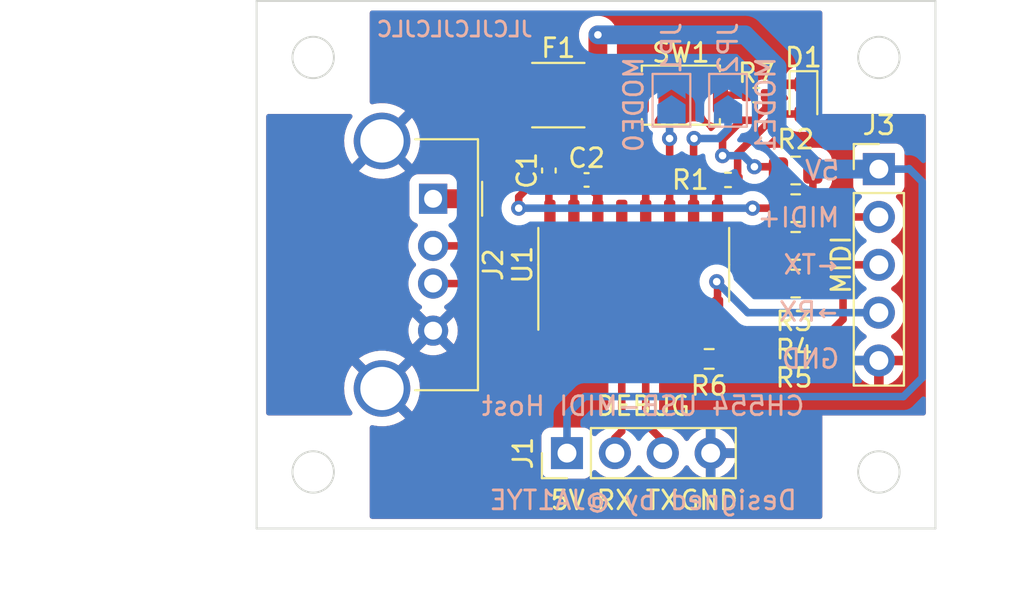
<source format=kicad_pcb>
(kicad_pcb (version 20211014) (generator pcbnew)
  (layers (0 "F.Cu" signal) (31 "B.Cu" signal) (34 "B.Paste" user) (35 "F.Paste" user) (36 "B.SilkS" user "B.Silkscreen") (37 "F.SilkS" user "F.Silkscreen") (38 "B.Mask" user) (39 "F.Mask" user) (44 "Edge.Cuts" user))
  (net 0 "")
  (net 1 "+3V3")
  (net 2 "GND")
  (net 3 "+5V")
  (net 4 "Net-(D1-Pad2)")
  (net 5 "Net-(F1-Pad2)")
  (net 6 "PROG_RXD")
  (net 7 "PROG_TXD")
  (net 8 "D-")
  (net 9 "D+")
  (net 10 "Net-(J3-Pad2)")
  (net 11 "Net-(J3-Pad3)")
  (net 12 "MIDI_RXD")
  (net 13 "Net-(JP1-Pad1)")
  (net 14 "Net-(JP2-Pad1)")
  (net 15 "Net-(R1-Pad1)")
  (net 16 "MIDI_TXD")
  (net 17 "Net-(R7-Pad1)")
  (footprint "Capacitor_SMD:C_0402_1005Metric" (layer "F.Cu") (at 36.5 28 90)
    (fp_text reference "C1" (at 0 -1.16 90) (layer "F.SilkS"))
    (fp_text value "0.1u")
    (fp_line (start -0.107836 -0.36) (end 0.107836 -0.36) (layer "F.SilkS") (width 0.12))
    (fp_line (start -0.107836 0.36) (end 0.107836 0.36) (layer "F.SilkS") (width 0.12))
    (pad "1" smd roundrect (at -0.48 0 90) (size 0.56 0.62) (layers "F.Cu" "F.Paste" "F.Mask") (net 1 "+3V3"))
    (pad "2" smd roundrect (at 0.48 0 90) (size 0.56 0.62) (layers "F.Cu" "F.Paste" "F.Mask") (net 2 "GND"))
  )
  (footprint "Resistor_SMD:R_0805_2012Metric" (layer "F.Cu") (at 49.5875 34)
    (fp_text reference "R5" (at -0.0875 5) (layer "F.SilkS"))
    (fp_text value "130")
    (fp_line (start -0.227064 -0.735) (end 0.227064 -0.735) (layer "F.SilkS") (width 0.12))
    (fp_line (start -0.227064 0.735) (end 0.227064 0.735) (layer "F.SilkS") (width 0.12))
    (pad "1" smd roundrect (at -0.9125 0) (size 1.025 1.4) (layers "F.Cu" "F.Paste" "F.Mask") (roundrect_rratio 0.243902439) (net 1 "+3V3"))
    (pad "2" smd roundrect (at 0.9125 0) (size 1.025 1.4) (layers "F.Cu" "F.Paste" "F.Mask") (roundrect_rratio 0.243902439) (net 10 "Net-(J3-Pad2)"))
  )
  (footprint "Button_Switch_SMD:SW_Push_SPST_NO_Alps_SKRK" (layer "F.Cu") (at 43.5 24)
    (fp_text reference "SW1" (at 0 -2.25) (layer "F.SilkS"))
    (fp_text value "SW_Push")
    (fp_line (start 2.07 1.27) (end 2.07 1.57) (layer "F.SilkS") (width 0.12))
    (fp_line (start -2.07 1.57) (end -2.07 1.27) (layer "F.SilkS") (width 0.12))
    (fp_line (start -2.07 -1.57) (end 2.07 -1.57) (layer "F.SilkS") (width 0.12))
    (fp_line (start -2.07 -1.27) (end -2.07 -1.57) (layer "F.SilkS") (width 0.12))
    (fp_line (start 2.07 1.57) (end -2.07 1.57) (layer "F.SilkS") (width 0.12))
    (fp_line (start 2.07 -1.57) (end 2.07 -1.27) (layer "F.SilkS") (width 0.12))
    (pad "1" smd roundrect (at -2.1 0) (size 0.8 2) (layers "F.Cu" "F.Paste" "F.Mask") (net 9 "D+"))
    (pad "2" smd roundrect (at 2.1 0) (size 0.8 2) (layers "F.Cu" "F.Paste" "F.Mask") (net 17 "Net-(R7-Pad1)"))
  )
  (footprint "Resistor_SMD:R_0402_1005Metric" (layer "F.Cu") (at 47.5 24)
    (fp_text reference "R7" (at 0 -1.17) (layer "F.SilkS"))
    (fp_text value "10k")
    (fp_line (start -0.153641 0.38) (end 0.153641 0.38) (layer "F.SilkS") (width 0.12))
    (fp_line (start -0.153641 -0.38) (end 0.153641 -0.38) (layer "F.SilkS") (width 0.12))
    (pad "1" smd roundrect (at -0.51 0) (size 0.54 0.64) (layers "F.Cu" "F.Paste" "F.Mask") (net 17 "Net-(R7-Pad1)"))
    (pad "2" smd roundrect (at 0.51 0) (size 0.54 0.64) (layers "F.Cu" "F.Paste" "F.Mask") (net 1 "+3V3"))
  )
  (footprint "Resistor_SMD:R_0805_2012Metric" (layer "F.Cu") (at 49.5875 30)
    (fp_text reference "R3" (at -0.0875 6) (layer "F.SilkS"))
    (fp_text value "130")
    (fp_line (start -0.227064 -0.735) (end 0.227064 -0.735) (layer "F.SilkS") (width 0.12))
    (fp_line (start -0.227064 0.735) (end 0.227064 0.735) (layer "F.SilkS") (width 0.12))
    (pad "1" smd roundrect (at -0.9125 0) (size 1.025 1.4) (layers "F.Cu" "F.Paste" "F.Mask") (roundrect_rratio 0.243902439) (net 1 "+3V3"))
    (pad "2" smd roundrect (at 0.9125 0) (size 1.025 1.4) (layers "F.Cu" "F.Paste" "F.Mask") (roundrect_rratio 0.243902439) (net 10 "Net-(J3-Pad2)"))
  )
  (footprint "Capacitor_SMD:C_0402_1005Metric" (layer "F.Cu") (at 38.5 28.5)
    (fp_text reference "C2" (at 0 -1.16) (layer "F.SilkS"))
    (fp_text value "0.1u")
    (fp_line (start -0.107836 -0.36) (end 0.107836 -0.36) (layer "F.SilkS") (width 0.12))
    (fp_line (start -0.107836 0.36) (end 0.107836 0.36) (layer "F.SilkS") (width 0.12))
    (pad "1" smd roundrect (at -0.48 0) (size 0.56 0.62) (layers "F.Cu" "F.Paste" "F.Mask") (net 3 "+5V"))
    (pad "2" smd roundrect (at 0.48 0) (size 0.56 0.62) (layers "F.Cu" "F.Paste" "F.Mask") (net 2 "GND"))
  )
  (footprint "Resistor_SMD:R_0805_2012Metric" (layer "F.Cu") (at 49.5875 32)
    (fp_text reference "R4" (at -0.0875 5.5) (layer "F.SilkS"))
    (fp_text value "130")
    (fp_line (start -0.227064 -0.735) (end 0.227064 -0.735) (layer "F.SilkS") (width 0.12))
    (fp_line (start -0.227064 0.735) (end 0.227064 0.735) (layer "F.SilkS") (width 0.12))
    (pad "1" smd roundrect (at -0.9125 0) (size 1.025 1.4) (layers "F.Cu" "F.Paste" "F.Mask") (roundrect_rratio 0.243902439) (net 1 "+3V3"))
    (pad "2" smd roundrect (at 0.9125 0) (size 1.025 1.4) (layers "F.Cu" "F.Paste" "F.Mask") (roundrect_rratio 0.243902439) (net 10 "Net-(J3-Pad2)"))
  )
  (footprint "Package_SO:SO-16_3.9x9.9mm_P1.27mm" (layer "F.Cu") (at 41 33 90)
    (fp_text reference "U1" (at 0 -5.9 90) (layer "F.SilkS"))
    (fp_text value "CH55xG")
    (fp_line (start 0 5.06) (end -1.95 5.06) (layer "F.SilkS") (width 0.12))
    (fp_line (start 0 -5.06) (end 1.95 -5.06) (layer "F.SilkS") (width 0.12))
    (fp_line (start 0 5.06) (end 1.95 5.06) (layer "F.SilkS") (width 0.12))
    (fp_line (start 0 -5.06) (end -3.45 -5.06) (layer "F.SilkS") (width 0.12))
    (pad "1" smd roundrect (at -2.575 -4.445 90) (size 1.75 0.6) (layers "F.Cu" "F.Paste" "F.Mask"))
    (pad "2" smd roundrect (at -2.575 -3.175 90) (size 1.75 0.6) (layers "F.Cu" "F.Paste" "F.Mask"))
    (pad "3" smd roundrect (at -2.575 -1.905 90) (size 1.75 0.6) (layers "F.Cu" "F.Paste" "F.Mask"))
    (pad "4" smd roundrect (at -2.575 -0.635 90) (size 1.75 0.6) (layers "F.Cu" "F.Paste" "F.Mask") (net 6 "PROG_RXD"))
    (pad "5" smd roundrect (at -2.575 0.635 90) (size 1.75 0.6) (layers "F.Cu" "F.Paste" "F.Mask") (net 7 "PROG_TXD"))
    (pad "6" smd roundrect (at -2.575 1.905 90) (size 1.75 0.6) (layers "F.Cu" "F.Paste" "F.Mask"))
    (pad "7" smd roundrect (at -2.575 3.175 90) (size 1.75 0.6) (layers "F.Cu" "F.Paste" "F.Mask") (net 16 "MIDI_TXD"))
    (pad "8" smd roundrect (at -2.575 4.445 90) (size 1.75 0.6) (layers "F.Cu" "F.Paste" "F.Mask") (net 12 "MIDI_RXD"))
    (pad "9" smd roundrect (at 2.575 4.445 90) (size 1.75 0.6) (layers "F.Cu" "F.Paste" "F.Mask") (net 15 "Net-(R1-Pad1)"))
    (pad "10" smd roundrect (at 2.575 3.175 90) (size 1.75 0.6) (layers "F.Cu" "F.Paste" "F.Mask") (net 14 "Net-(JP2-Pad1)"))
    (pad "11" smd roundrect (at 2.575 1.905 90) (size 1.75 0.6) (layers "F.Cu" "F.Paste" "F.Mask") (net 13 "Net-(JP1-Pad1)"))
    (pad "12" smd roundrect (at 2.575 0.635 90) (size 1.75 0.6) (layers "F.Cu" "F.Paste" "F.Mask") (net 9 "D+"))
    (pad "13" smd roundrect (at 2.575 -0.635 90) (size 1.75 0.6) (layers "F.Cu" "F.Paste" "F.Mask") (net 8 "D-"))
    (pad "14" smd roundrect (at 2.575 -1.905 90) (size 1.75 0.6) (layers "F.Cu" "F.Paste" "F.Mask") (net 2 "GND"))
    (pad "15" smd roundrect (at 2.575 -3.175 90) (size 1.75 0.6) (layers "F.Cu" "F.Paste" "F.Mask") (net 3 "+5V"))
    (pad "16" smd roundrect (at 2.575 -4.445 90) (size 1.75 0.6) (layers "F.Cu" "F.Paste" "F.Mask") (net 1 "+3V3"))
  )
  (footprint "LED_SMD:LED_0603_1608Metric" (layer "F.Cu") (at 50 24.2125 -90)
    (fp_text reference "D1" (at -2.2125 0) (layer "F.SilkS"))
    (fp_text value "LED")
    (fp_line (start -1.485 0.735) (end 0.8 0.735) (layer "F.SilkS") (width 0.12))
    (fp_line (start -1.485 -0.735) (end -1.485 0.735) (layer "F.SilkS") (width 0.12))
    (fp_line (start 0.8 -0.735) (end -1.485 -0.735) (layer "F.SilkS") (width 0.12))
    (pad "1" smd roundrect (at -0.7875 0 270) (size 0.875 0.95) (layers "F.Cu" "F.Paste" "F.Mask") (net 2 "GND"))
    (pad "2" smd roundrect (at 0.7875 0 270) (size 0.875 0.95) (layers "F.Cu" "F.Paste" "F.Mask") (net 4 "Net-(D1-Pad2)"))
  )
  (footprint "Fuse:Fuse_1812_4532Metric" (layer "F.Cu") (at 37 24 180)
    (fp_text reference "F1" (at 0 2.5) (layer "F.SilkS"))
    (fp_text value "Polyfuse")
    (fp_line (start -1.386252 -1.71) (end 1.386252 -1.71) (layer "F.SilkS") (width 0.12))
    (fp_line (start -1.386252 1.71) (end 1.386252 1.71) (layer "F.SilkS") (width 0.12))
    (pad "1" smd roundrect (at -2.1375 0 180) (size 1.125 3.4) (layers "F.Cu" "F.Paste" "F.Mask") (roundrect_rratio 0.2222222222) (net 3 "+5V"))
    (pad "2" smd roundrect (at 2.1375 0 180) (size 1.125 3.4) (layers "F.Cu" "F.Paste" "F.Mask") (roundrect_rratio 0.2222222222) (net 5 "Net-(F1-Pad2)"))
  )
  (footprint "SuLibs:USB_A_Molex_67643_Horizontal" (layer "F.Cu") (at 30.36 33 -90)
    (fp_text reference "J2" (at 0 -3.19 90) (layer "F.SilkS"))
    (fp_text value "USB_A")
    (fp_line (start 6.66 -2.38) (end 6.66 0.95) (layer "F.SilkS") (width 0.12))
    (fp_line (start -6.66 -2.38) (end 6.66 -2.38) (layer "F.SilkS") (width 0.12))
    (fp_line (start -4.4 -2.6) (end -2.6 -2.6) (layer "F.SilkS") (width 0.12))
    (fp_line (start -6.66 -2.38) (end -6.66 0.95) (layer "F.SilkS") (width 0.12))
    (pad "1" thru_hole rect locked (at -3.5 0 270) (size 1.6 1.5) (drill 0.95) (layers *.Cu *.Mask) (net 5 "Net-(F1-Pad2)"))
    (pad "2" thru_hole circle locked (at -1 0 270) (size 1.6 1.6) (drill 0.95) (layers *.Cu *.Mask) (net 8 "D-"))
    (pad "3" thru_hole circle locked (at 1 0 270) (size 1.6 1.6) (drill 0.95) (layers *.Cu *.Mask) (net 9 "D+"))
    (pad "4" thru_hole circle locked (at 3.5 0 270) (size 1.6 1.6) (drill 0.95) (layers *.Cu *.Mask) (net 2 "GND"))
    (pad "5" thru_hole circle locked (at 6.57 2.71 270) (size 3 3) (drill 2.3) (layers *.Cu *.Mask) (net 2 "GND"))
    (pad "5" thru_hole circle locked (at -6.57 2.71 270) (size 3 3) (drill 2.3) (layers *.Cu *.Mask) (net 2 "GND"))
  )
  (footprint "Connector_PinHeader_2.54mm:PinHeader_1x05_P2.54mm_Vertical" (layer "F.Cu") (at 54 27.925)
    (fp_text reference "J3" (at 0 -2.33) (layer "F.SilkS"))
    (fp_text value "Conn_01x05_Female")
    (fp_line (start 1.33 1.27) (end 1.33 11.49) (layer "F.SilkS") (width 0.12))
    (fp_line (start -1.33 11.49) (end 1.33 11.49) (layer "F.SilkS") (width 0.12))
    (fp_line (start -1.33 0) (end -1.33 -1.33) (layer "F.SilkS") (width 0.12))
    (fp_line (start -1.33 -1.33) (end 0 -1.33) (layer "F.SilkS") (width 0.12))
    (fp_line (start -1.33 1.27) (end 1.33 1.27) (layer "F.SilkS") (width 0.12))
    (fp_line (start -1.33 1.27) (end -1.33 11.49) (layer "F.SilkS") (width 0.12))
    (pad "1" thru_hole rect (at 0 0) (size 1.7 1.7) (drill 1) (layers *.Cu *.Mask) (net 3 "+5V"))
    (pad "2" thru_hole oval (at 0 2.54) (size 1.7 1.7) (drill 1) (layers *.Cu *.Mask) (net 10 "Net-(J3-Pad2)"))
    (pad "3" thru_hole oval (at 0 5.08) (size 1.7 1.7) (drill 1) (layers *.Cu *.Mask) (net 11 "Net-(J3-Pad3)"))
    (pad "4" thru_hole oval (at 0 7.62) (size 1.7 1.7) (drill 1) (layers *.Cu *.Mask) (net 12 "MIDI_RXD"))
    (pad "5" thru_hole oval (at 0 10.16) (size 1.7 1.7) (drill 1) (layers *.Cu *.Mask) (net 2 "GND"))
  )
  (footprint "Resistor_SMD:R_0805_2012Metric" (layer "F.Cu") (at 49.5875 28)
    (fp_text reference "R2" (at 0 -1.65) (layer "F.SilkS"))
    (fp_text value "130")
    (fp_line (start -0.227064 -0.735) (end 0.227064 -0.735) (layer "F.SilkS") (width 0.12))
    (fp_line (start -0.227064 0.735) (end 0.227064 0.735) (layer "F.SilkS") (width 0.12))
    (pad "1" smd roundrect (at -0.9125 0) (size 1.025 1.4) (layers "F.Cu" "F.Paste" "F.Mask") (roundrect_rratio 0.243902439) (net 1 "+3V3"))
    (pad "2" smd roundrect (at 0.9125 0) (size 1.025 1.4) (layers "F.Cu" "F.Paste" "F.Mask") (roundrect_rratio 0.243902439) (net 10 "Net-(J3-Pad2)"))
  )
  (footprint "Resistor_SMD:R_0402_1005Metric" (layer "F.Cu") (at 46 28.5)
    (fp_text reference "R1" (at -2 0) (layer "F.SilkS"))
    (fp_text value "1k")
    (fp_line (start -0.153641 -0.38) (end 0.153641 -0.38) (layer "F.SilkS") (width 0.12))
    (fp_line (start -0.153641 0.38) (end 0.153641 0.38) (layer "F.SilkS") (width 0.12))
    (pad "1" smd roundrect (at -0.51 0) (size 0.54 0.64) (layers "F.Cu" "F.Paste" "F.Mask") (net 15 "Net-(R1-Pad1)"))
    (pad "2" smd roundrect (at 0.51 0) (size 0.54 0.64) (layers "F.Cu" "F.Paste" "F.Mask") (net 4 "Net-(D1-Pad2)"))
  )
  (footprint "Connector_PinHeader_2.54mm:PinHeader_1x04_P2.54mm_Vertical" (layer "F.Cu") (at 37.46 43 90)
    (fp_text reference "J1" (at 0 -2.33 90) (layer "F.SilkS"))
    (fp_text value "Conn_01x04_Female")
    (fp_line (start 1.33 1.27) (end 1.33 8.95) (layer "F.SilkS") (width 0.12))
    (fp_line (start -1.33 8.95) (end 1.33 8.95) (layer "F.SilkS") (width 0.12))
    (fp_line (start -1.33 -1.33) (end 0 -1.33) (layer "F.SilkS") (width 0.12))
    (fp_line (start -1.33 1.27) (end -1.33 8.95) (layer "F.SilkS") (width 0.12))
    (fp_line (start -1.33 0) (end -1.33 -1.33) (layer "F.SilkS") (width 0.12))
    (fp_line (start -1.33 1.27) (end 1.33 1.27) (layer "F.SilkS") (width 0.12))
    (pad "1" thru_hole rect (at 0 0 90) (size 1.7 1.7) (drill 1) (layers *.Cu *.Mask) (net 3 "+5V"))
    (pad "2" thru_hole oval (at 0 2.54 90) (size 1.7 1.7) (drill 1) (layers *.Cu *.Mask) (net 6 "PROG_RXD"))
    (pad "3" thru_hole oval (at 0 5.08 90) (size 1.7 1.7) (drill 1) (layers *.Cu *.Mask) (net 7 "PROG_TXD"))
    (pad "4" thru_hole oval (at 0 7.62 90) (size 1.7 1.7) (drill 1) (layers *.Cu *.Mask) (net 2 "GND"))
  )
  (footprint "Resistor_SMD:R_0603_1608Metric" (layer "F.Cu") (at 45 38 180)
    (fp_text reference "R6" (at 0 -1.43) (layer "F.SilkS"))
    (fp_text value "10R")
    (fp_line (start -0.237258 0.5225) (end 0.237258 0.5225) (layer "F.SilkS") (width 0.12))
    (fp_line (start -0.237258 -0.5225) (end 0.237258 -0.5225) (layer "F.SilkS") (width 0.12))
    (pad "1" smd roundrect (at -0.825 0 180) (size 0.8 0.95) (layers "F.Cu" "F.Paste" "F.Mask") (net 11 "Net-(J3-Pad3)"))
    (pad "2" smd roundrect (at 0.825 0 180) (size 0.8 0.95) (layers "F.Cu" "F.Paste" "F.Mask") (net 16 "MIDI_TXD"))
  )
  (footprint "Jumper:SolderJumper-2_P1.3mm_Open_TrianglePad1.0x1.5mm" (layer "B.Cu") (at 46 24.275 90)
    (fp_text reference "JP2" (at 2.775 0 90) (layer "B.SilkS") (effects (justify mirror)))
    (fp_text value "MODE1")
    (fp_line (start -1.4 -1) (end -1.4 1) (layer "B.SilkS") (width 0.12))
    (fp_line (start 1.4 -1) (end -1.4 -1) (layer "B.SilkS") (width 0.12))
    (fp_line (start -1.4 1) (end 1.4 1) (layer "B.SilkS") (width 0.12))
    (fp_line (start 1.4 1) (end 1.4 -1) (layer "B.SilkS") (width 0.12))
    (pad "1" smd custom (at -0.725 0 90) (size 0.3 0.3) (layers "B.Cu" "B.Mask") (net 14 "Net-(JP2-Pad1)") (options (clearance outline) (anchor rect)) (primitives (gr_poly (pts (xy 1 0) (xy 0.5 -0.75) (xy -0.5 -0.75) (xy -0.5 0.75) (xy 0.5 0.75)) (width 0) (fill yes))))
    (pad "2" smd custom (at 0.725 0 90) (size 0.3 0.3) (layers "B.Cu" "B.Mask") (net 2 "GND") (options (clearance outline) (anchor rect)) (primitives (gr_poly (pts (xy 0.5 -0.75) (xy -0.65 -0.75) (xy -0.15 0) (xy -0.65 0.75) (xy 0.5 0.75)) (width 0) (fill yes))))
  )
  (footprint "Jumper:SolderJumper-2_P1.3mm_Open_TrianglePad1.0x1.5mm" (layer "B.Cu") (at 43 24.275 90)
    (fp_text reference "JP1" (at 2.775 0 90) (layer "B.SilkS") (effects (justify mirror)))
    (fp_text value "MODE0")
    (fp_line (start 1.4 1) (end 1.4 -1) (layer "B.SilkS") (width 0.12))
    (fp_line (start -1.4 -1) (end -1.4 1) (layer "B.SilkS") (width 0.12))
    (fp_line (start -1.4 1) (end 1.4 1) (layer "B.SilkS") (width 0.12))
    (fp_line (start 1.4 -1) (end -1.4 -1) (layer "B.SilkS") (width 0.12))
    (pad "1" smd custom (at -0.725 0 90) (size 0.3 0.3) (layers "B.Cu" "B.Mask") (net 13 "Net-(JP1-Pad1)") (options (clearance outline) (anchor rect)) (primitives (gr_poly (pts (xy 1 0) (xy 0.5 -0.75) (xy -0.5 -0.75) (xy -0.5 0.75) (xy 0.5 0.75)) (width 0) (fill yes))))
    (pad "2" smd custom (at 0.725 0 90) (size 0.3 0.3) (layers "B.Cu" "B.Mask") (net 2 "GND") (options (clearance outline) (anchor rect)) (primitives (gr_poly (pts (xy 0.5 -0.75) (xy -0.65 -0.75) (xy -0.15 0) (xy -0.65 0.75) (xy 0.5 0.75)) (width 0) (fill yes))))
  )
  (gr_line (start 21 19) (end 21 47) (layer "Edge.Cuts") (width 0.1))
  (gr_circle (center 24 44) (end 25.1 44) (layer "Edge.Cuts") (width 0.1) (fill none))
  (gr_line (start 57 47) (end 57 19) (layer "Edge.Cuts") (width 0.1))
  (gr_line (start 21 47) (end 57 47) (layer "Edge.Cuts") (width 0.1))
  (gr_line (start 57 19) (end 21 19) (layer "Edge.Cuts") (width 0.1))
  (gr_circle (center 24 22) (end 25.1 22) (layer "Edge.Cuts") (width 0.1) (fill none))
  (gr_circle (center 54 44) (end 55.1 44) (layer "Edge.Cuts") (width 0.1) (fill none))
  (gr_circle (center 54 22) (end 55.1 22) (layer "Edge.Cuts") (width 0.1) (fill none))
  (gr_text "MIDI+" (at 52 30.5) (layer "B.SilkS") (effects (font (size 1 1)) (justify left mirror)))
  (gr_text "Designed by @JA1TYE" (at 41.5 45.5) (layer "B.SilkS") (effects (font (size 1 1)) (justify mirror)))
  (gr_text "MODE0" (at 41 24.5 90) (layer "B.SilkS") (effects (font (size 1 1)) (justify mirror)))
  (gr_text "CH554 USB-MIDI Host" (at 41.5 40.5) (layer "B.SilkS") (effects (font (size 1 1)) (justify mirror)))
  (gr_text "→RX" (at 52 35.5) (layer "B.SilkS") (effects (font (size 1 1)) (justify left mirror)))
  (gr_text "GND" (at 52 38) (layer "B.SilkS") (effects (font (size 1 1)) (justify left mirror)))
  (gr_text "MODE1" (at 48 24.5 90) (layer "B.SilkS") (effects (font (size 1 1)) (justify mirror)))
  (gr_text "JLCJLCJLCJLC" (at 31.5 20.5) (layer "B.SilkS") (effects (font (size 0.8 0.8)) (justify mirror)))
  (gr_text "5V" (at 52 28) (layer "B.SilkS") (effects (font (size 1 1)) (justify left mirror)))
  (gr_text "←TX" (at 52 33) (layer "B.SilkS") (effects (font (size 1 1)) (justify left mirror)))
  (gr_text "GND" (at 45 45.5) (layer "F.SilkS") (effects (font (size 1 1))))
  (gr_text "DEBUG" (at 41.5 40.5) (layer "F.SilkS") (effects (font (size 1 1))))
  (gr_text "RX" (at 40 45.5) (layer "F.SilkS") (effects (font (size 1 1))))
  (gr_text "TX" (at 42.5 45.5) (layer "F.SilkS") (effects (font (size 1 1))))
  (gr_text "MIDI" (at 52 33 90) (layer "F.SilkS") (effects (font (size 1 1))))
  (gr_text "5V" (at 37.5 45.5) (layer "F.SilkS") (effects (font (size 1 1))))
  (segment (start 34.9 29.4) (end 34.9 30) (width 0.4) (layer "F.Cu") (net 1))
  (segment (start 36.5 28.48) (end 36.48 28.5) (width 0.4) (layer "F.Cu") (net 1))
  (segment (start 47.4 27.8) (end 48.475 27.8) (width 0.4) (layer "F.Cu") (net 1))
  (segment (start 48.675 32) (end 48.675 34) (width 0.4) (layer "F.Cu") (net 1))
  (segment (start 48.475 27.8) (end 48.675 28) (width 0.4) (layer "F.Cu") (net 1))
  (segment (start 46.734264 25.334264) (end 45.7105 26.358028) (width 0.4) (layer "F.Cu") (net 1))
  (segment (start 47.365736 25.334264) (end 46.734264 25.334264) (width 0.4) (layer "F.Cu") (net 1))
  (segment (start 35.8 28.5) (end 34.9 29.4) (width 0.4) (layer "F.Cu") (net 1))
  (segment (start 36.5 30.37) (end 36.555 30.425) (width 0.4) (layer "F.Cu") (net 1))
  (segment (start 48.01 24) (end 48.01 24.69) (width 0.4) (layer "F.Cu") (net 1))
  (segment (start 48.01 24.69) (end 47.365736 25.334264) (width 0.4) (layer "F.Cu") (net 1))
  (segment (start 48.675 30) (end 48.675 32) (width 0.4) (layer "F.Cu") (net 1))
  (segment (start 47.3 30) (end 48.675 30) (width 0.4) (layer "F.Cu") (net 1))
  (segment (start 48.675 28) (end 48.675 30) (width 0.4) (layer "F.Cu") (net 1))
  (segment (start 45.7105 26.358028) (end 45.7105 27.212406) (width 0.4) (layer "F.Cu") (net 1))
  (segment (start 36.5 28.48) (end 36.5 30.37) (width 0.4) (layer "F.Cu") (net 1))
  (segment (start 36.48 28.5) (end 35.8 28.5) (width 0.4) (layer "F.Cu") (net 1))
  (via (at 47.4 27.8) (size 0.8) (drill 0.4) (layers "F.Cu" "B.Cu") (net 1))
  (via (at 45.7105 27.212406) (size 0.8) (drill 0.4) (layers "F.Cu" "B.Cu") (net 1))
  (via (at 47.3 30) (size 0.8) (drill 0.4) (layers "F.Cu" "B.Cu") (net 1))
  (via (at 34.9 30) (size 0.8) (drill 0.4) (layers "F.Cu" "B.Cu") (net 1))
  (segment (start 34.9 30) (end 47.3 30) (width 0.4) (layer "B.Cu") (net 1))
  (segment (start 45.7105 27.212406) (end 46.812406 27.212406) (width 0.4) (layer "B.Cu") (net 1))
  (segment (start 46.812406 27.212406) (end 47.4 27.8) (width 0.4) (layer "B.Cu") (net 1))
  (segment (start 39.095 30.425) (end 39.095 28.615) (width 0.4) (layer "F.Cu") (net 2))
  (segment (start 39.095 28.615) (end 38.98 28.5) (width 0.4) (layer "F.Cu") (net 2))
  (segment (start 39.1375 26.4625) (end 39.1375 24) (width 0.4) (layer "F.Cu") (net 3))
  (segment (start 38.02 27.58) (end 39.1375 26.4625) (width 0.4) (layer "F.Cu") (net 3))
  (segment (start 37.825 28.695) (end 38.02 28.5) (width 0.4) (layer "F.Cu") (net 3))
  (segment (start 37.825 30.425) (end 37.825 28.695) (width 0.4) (layer "F.Cu") (net 3))
  (segment (start 38.02 28.5) (end 38.02 27.58) (width 0.4) (layer "F.Cu") (net 3))
  (segment (start 39.1 20.8) (end 39.1 23.9625) (width 1) (layer "F.Cu") (net 3))
  (segment (start 39.1 23.9625) (end 39.1375 24) (width 1) (layer "F.Cu") (net 3))
  (via (at 39.1 20.8) (size 0.8) (drill 0.4) (layers "F.Cu" "B.Cu") (net 3))
  (segment (start 55.575 27.925) (end 54 27.925) (width 0.4) (layer "B.Cu") (net 3))
  (segment (start 38.4 40) (end 55.3 40) (width 0.4) (layer "B.Cu") (net 3))
  (segment (start 56.3 39) (end 56.3 28.6) (width 0.4) (layer "B.Cu") (net 3))
  (segment (start 55.3 40) (end 56.3 39) (width 0.4) (layer "B.Cu") (net 3))
  (segment (start 54 27.925) (end 50.725 27.925) (width 1) (layer "B.Cu") (net 3))
  (segment (start 56.3 28.6) (end 55.6 27.9) (width 0.4) (layer "B.Cu") (net 3))
  (segment (start 37.46 40.94) (end 38.4 40) (width 0.4) (layer "B.Cu") (net 3))
  (segment (start 46.9 20.8) (end 44.3 20.8) (width 1) (layer "B.Cu") (net 3))
  (segment (start 48.6 22.5) (end 46.9 20.8) (width 1) (layer "B.Cu") (net 3))
  (segment (start 49.2 26.4) (end 48.6 25.8) (width 1) (layer "B.Cu") (net 3))
  (segment (start 48.6 25.8) (end 48.6 22.5) (width 1) (layer "B.Cu") (net 3))
  (segment (start 44.3 20.8) (end 39.1 20.8) (width 1) (layer "B.Cu") (net 3))
  (segment (start 55.6 27.9) (end 55.575 27.925) (width 0.4) (layer "B.Cu") (net 3))
  (segment (start 37.46 43) (end 37.46 40.94) (width 0.4) (layer "B.Cu") (net 3))
  (segment (start 50.725 27.925) (end 49.2 26.4) (width 1) (layer "B.Cu") (net 3))
  (segment (start 46.51 27.09) (end 48.6 25) (width 0.4) (layer "F.Cu") (net 4))
  (segment (start 46.51 28.5) (end 46.51 27.09) (width 0.4) (layer "F.Cu") (net 4))
  (segment (start 48.6 25) (end 50 25) (width 0.4) (layer "F.Cu") (net 4))
  (segment (start 34.8625 27.6375) (end 34.8625 24) (width 1) (layer "F.Cu") (net 5))
  (segment (start 33 29.5) (end 34.8625 27.6375) (width 1) (layer "F.Cu") (net 5))
  (segment (start 30.36 29.5) (end 33 29.5) (width 1) (layer "F.Cu") (net 5))
  (segment (start 40 42.2) (end 40 43) (width 0.4) (layer "F.Cu") (net 6))
  (segment (start 40.365 35.575) (end 40.365 41.835) (width 0.4) (layer "F.Cu") (net 6))
  (segment (start 40.365 41.835) (end 40 42.2) (width 0.4) (layer "F.Cu") (net 6))
  (segment (start 42.54 42.34) (end 42.54 43) (width 0.4) (layer "F.Cu") (net 7))
  (segment (start 41.635 35.575) (end 41.635 41.435) (width 0.4) (layer "F.Cu") (net 7))
  (segment (start 41.635 41.435) (end 42.54 42.34) (width 0.4) (layer "F.Cu") (net 7))
  (segment (start 39.9 32) (end 40.365 31.535) (width 0.4) (layer "F.Cu") (net 8))
  (segment (start 40.365 31.535) (end 40.365 30.425) (width 0.4) (layer "F.Cu") (net 8))
  (segment (start 30.36 32) (end 39.9 32) (width 0.4) (layer "F.Cu") (net 8))
  (segment (start 41.4 24) (end 41.4 28) (width 0.4) (layer "F.Cu") (net 9))
  (segment (start 41.4 28) (end 41.635 28.235) (width 0.4) (layer "F.Cu") (net 9))
  (segment (start 41.635 28.235) (end 41.635 30.425) (width 0.4) (layer "F.Cu") (net 9))
  (segment (start 41.635 32.865) (end 41.635 30.425) (width 0.4) (layer "F.Cu") (net 9))
  (segment (start 30.36 34) (end 40.5 34) (width 0.4) (layer "F.Cu") (net 9))
  (segment (start 40.5 34) (end 41.635 32.865) (width 0.4) (layer "F.Cu") (net 9))
  (segment (start 50.5 28) (end 50.5 34) (width 0.4) (layer "F.Cu") (net 10))
  (segment (start 52.665 30.465) (end 52.2 30) (width 0.4) (layer "F.Cu") (net 10))
  (segment (start 52.2 30) (end 50.5 30) (width 0.4) (layer "F.Cu") (net 10))
  (segment (start 54 30.465) (end 52.665 30.465) (width 0.4) (layer "F.Cu") (net 10))
  (segment (start 52.1 33.3) (end 52.395 33.005) (width 0.4) (layer "F.Cu") (net 11))
  (segment (start 52.395 33.005) (end 54 33.005) (width 0.4) (layer "F.Cu") (net 11))
  (segment (start 45.825 38) (end 50 38) (width 0.4) (layer "F.Cu") (net 11))
  (segment (start 50 38) (end 52.1 35.9) (width 0.4) (layer "F.Cu") (net 11))
  (segment (start 52.1 35.9) (end 52.1 33.3) (width 0.4) (layer "F.Cu") (net 11))
  (segment (start 45.445 33.945) (end 45.4 33.9) (width 0.4) (layer "F.Cu") (net 12))
  (segment (start 45.445 35.575) (end 45.445 33.945) (width 0.4) (layer "F.Cu") (net 12))
  (via (at 45.4 33.9) (size 0.8) (drill 0.4) (layers "F.Cu" "B.Cu") (net 12))
  (segment (start 45.4 33.9) (end 47.045 35.545) (width 0.4) (layer "B.Cu") (net 12))
  (segment (start 47.045 35.545) (end 54 35.545) (width 0.4) (layer "B.Cu") (net 12))
  (segment (start 42.905 26.305) (end 42.9 26.3) (width 0.4) (layer "F.Cu") (net 13))
  (segment (start 42.905 30.425) (end 42.905 26.305) (width 0.4) (layer "F.Cu") (net 13))
  (via (at 42.9 26.3) (size 0.8) (drill 0.4) (layers "F.Cu" "B.Cu") (net 13))
  (segment (start 42.9 26.3) (end 42.9 25.1) (width 0.4) (layer "B.Cu") (net 13))
  (segment (start 42.9 25.1) (end 43 25) (width 0.4) (layer "B.Cu") (net 13))
  (segment (start 44.175 26.325) (end 44.2 26.3) (width 0.4) (layer "F.Cu") (net 14))
  (segment (start 44.175 30.425) (end 44.175 26.325) (width 0.4) (layer "F.Cu") (net 14))
  (via (at 44.2 26.3) (size 0.8) (drill 0.4) (layers "F.Cu" "B.Cu") (net 14))
  (segment (start 44.2 26.3) (end 45.5 26.3) (width 0.4) (layer "B.Cu") (net 14))
  (segment (start 45.5 26.3) (end 46 25.8) (width 0.4) (layer "B.Cu") (net 14))
  (segment (start 46 25.8) (end 46 25) (width 0.4) (layer "B.Cu") (net 14))
  (segment (start 45.49 30.38) (end 45.445 30.425) (width 0.4) (layer "F.Cu") (net 15))
  (segment (start 45.49 28.5) (end 45.49 30.38) (width 0.4) (layer "F.Cu") (net 15))
  (segment (start 44.175 35.575) (end 44.175 38) (width 0.4) (layer "F.Cu") (net 16))
  (segment (start 46.99 24) (end 45.6 24) (width 0.4) (layer "F.Cu") (net 17))
  (zone (net 2) (net_name "GND") (layers F&B.Cu) (connect_pads (clearance 0.508)) (min_thickness 0.254) (fill yes (thermal_gap 0.508) (thermal_bridge_width 0.508))
    (polygon (pts (xy 57 47) (xy 21 47) (xy 21 19) (xy 57 19)))
  )
  (zone (net 0) (net_name "") (layers F&B.Cu) (connect_pads (clearance 0)) (min_thickness 0.254)
    (keepout (tracks allowed) (vias allowed) (pads allowed) (copperpour not_allowed) (footprints allowed))
    (fill (thermal_gap 0.508) (thermal_bridge_width 0.508))
    (polygon (pts (xy 57 47) (xy 51 47) (xy 51 41) (xy 57 41)))
  )
  (zone (net 0) (net_name "") (layers F&B.Cu) (connect_pads (clearance 0)) (min_thickness 0.254)
    (keepout (tracks allowed) (vias allowed) (pads allowed) (copperpour not_allowed) (footprints allowed))
    (fill (thermal_gap 0.508) (thermal_bridge_width 0.508))
    (polygon (pts (xy 27 47) (xy 21 47) (xy 21 41) (xy 27 41)))
  )
  (zone (net 0) (net_name "") (layers F&B.Cu) (connect_pads (clearance 0)) (min_thickness 0.254)
    (keepout (tracks allowed) (vias allowed) (pads allowed) (copperpour not_allowed) (footprints allowed))
    (fill (thermal_gap 0.508) (thermal_bridge_width 0.508))
    (polygon (pts (xy 57 25) (xy 51 25) (xy 51 19) (xy 57 19)))
  )
  (zone (net 0) (net_name "") (layers F&B.Cu) (connect_pads (clearance 0)) (min_thickness 0.254)
    (keepout (tracks allowed) (vias allowed) (pads allowed) (copperpour not_allowed) (footprints allowed))
    (fill (thermal_gap 0.508) (thermal_bridge_width 0.508))
    (polygon (pts (xy 27 25) (xy 21 25) (xy 21 19) (xy 27 19)))
  )
)
</source>
